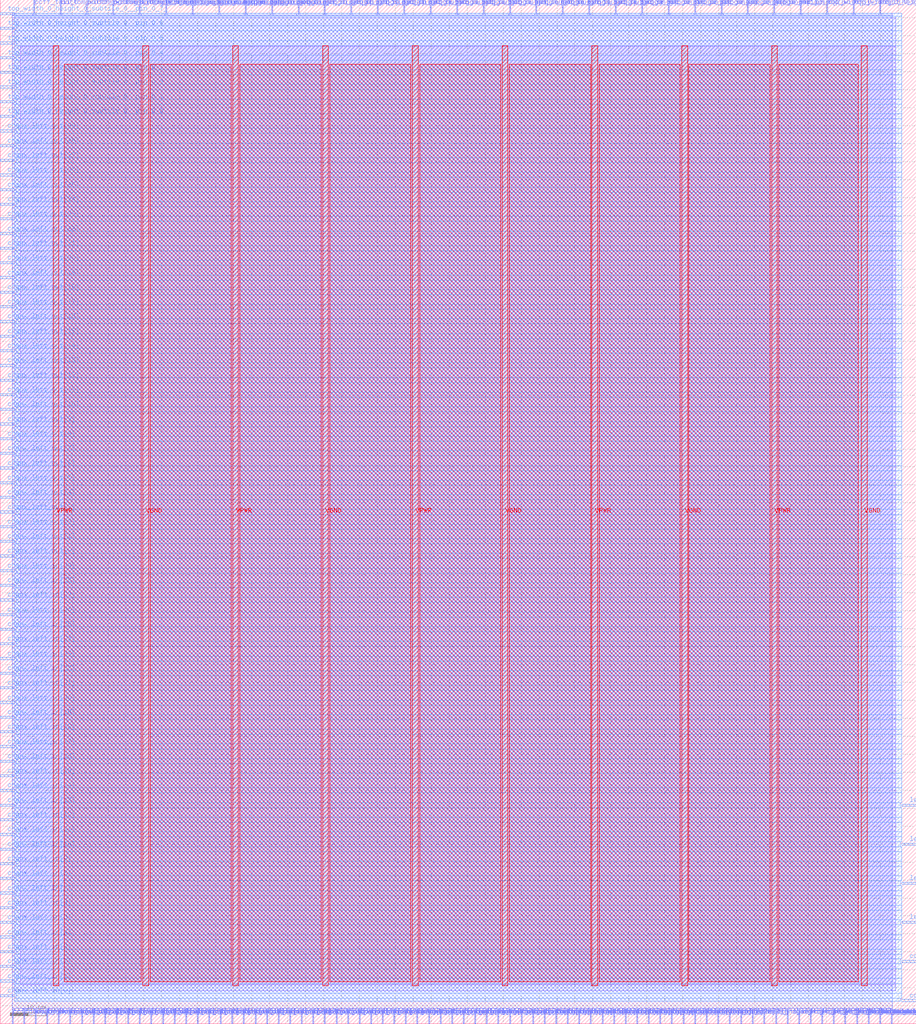
<source format=lef>
VERSION 5.7 ;
  NOWIREEXTENSIONATPIN ON ;
  DIVIDERCHAR "/" ;
  BUSBITCHARS "[]" ;
MACRO top_right_tile
  CLASS BLOCK ;
  FOREIGN top_right_tile ;
  ORIGIN 0.000 0.000 ;
  SIZE 255.000 BY 285.000 ;
  PIN VGND
    DIRECTION INOUT ;
    USE GROUND ;
    PORT
      LAYER met4 ;
        RECT 39.720 10.640 41.320 272.240 ;
    END
    PORT
      LAYER met4 ;
        RECT 89.720 10.640 91.320 272.240 ;
    END
    PORT
      LAYER met4 ;
        RECT 139.720 10.640 141.320 272.240 ;
    END
    PORT
      LAYER met4 ;
        RECT 189.720 10.640 191.320 272.240 ;
    END
    PORT
      LAYER met4 ;
        RECT 239.720 10.640 241.320 272.240 ;
    END
  END VGND
  PIN VPWR
    DIRECTION INOUT ;
    USE POWER ;
    PORT
      LAYER met4 ;
        RECT 14.720 10.640 16.320 272.240 ;
    END
    PORT
      LAYER met4 ;
        RECT 64.720 10.640 66.320 272.240 ;
    END
    PORT
      LAYER met4 ;
        RECT 114.720 10.640 116.320 272.240 ;
    END
    PORT
      LAYER met4 ;
        RECT 164.720 10.640 166.320 272.240 ;
    END
    PORT
      LAYER met4 ;
        RECT 214.720 10.640 216.320 272.240 ;
    END
  END VPWR
  PIN bottom_width_0_height_0_subtile_0__pin_cout_0_
    DIRECTION OUTPUT TRISTATE ;
    USE SIGNAL ;
    PORT
      LAYER met2 ;
        RECT 241.590 0.000 241.870 4.000 ;
    END
  END bottom_width_0_height_0_subtile_0__pin_cout_0_
  PIN bottom_width_0_height_0_subtile_0__pin_inpad_0_
    DIRECTION OUTPUT TRISTATE ;
    USE SIGNAL ;
    PORT
      LAYER met2 ;
        RECT 16.650 281.000 16.930 285.000 ;
    END
  END bottom_width_0_height_0_subtile_0__pin_inpad_0_
  PIN bottom_width_0_height_0_subtile_0__pin_reg_out_0_
    DIRECTION OUTPUT TRISTATE ;
    USE SIGNAL ;
    PORT
      LAYER met2 ;
        RECT 244.810 0.000 245.090 4.000 ;
    END
  END bottom_width_0_height_0_subtile_0__pin_reg_out_0_
  PIN bottom_width_0_height_0_subtile_1__pin_inpad_0_
    DIRECTION OUTPUT TRISTATE ;
    USE SIGNAL ;
    PORT
      LAYER met2 ;
        RECT 24.010 281.000 24.290 285.000 ;
    END
  END bottom_width_0_height_0_subtile_1__pin_inpad_0_
  PIN bottom_width_0_height_0_subtile_2__pin_inpad_0_
    DIRECTION OUTPUT TRISTATE ;
    USE SIGNAL ;
    PORT
      LAYER met2 ;
        RECT 31.370 281.000 31.650 285.000 ;
    END
  END bottom_width_0_height_0_subtile_2__pin_inpad_0_
  PIN bottom_width_0_height_0_subtile_3__pin_inpad_0_
    DIRECTION OUTPUT TRISTATE ;
    USE SIGNAL ;
    PORT
      LAYER met2 ;
        RECT 38.730 281.000 39.010 285.000 ;
    END
  END bottom_width_0_height_0_subtile_3__pin_inpad_0_
  PIN ccff_head_0_0
    DIRECTION INPUT ;
    USE SIGNAL ;
    PORT
      LAYER met2 ;
        RECT 3.310 0.000 3.590 4.000 ;
    END
  END ccff_head_0_0
  PIN ccff_head_1
    DIRECTION INPUT ;
    USE SIGNAL ;
    PORT
      LAYER met3 ;
        RECT 251.000 17.040 255.000 17.640 ;
    END
  END ccff_head_1
  PIN ccff_tail
    DIRECTION OUTPUT TRISTATE ;
    USE SIGNAL ;
    PORT
      LAYER met3 ;
        RECT 251.000 6.160 255.000 6.760 ;
    END
  END ccff_tail
  PIN ccff_tail_0
    DIRECTION OUTPUT TRISTATE ;
    USE SIGNAL ;
    PORT
      LAYER met2 ;
        RECT 9.290 281.000 9.570 285.000 ;
    END
  END ccff_tail_0
  PIN chanx_left_in[0]
    DIRECTION INPUT ;
    USE SIGNAL ;
    PORT
      LAYER met3 ;
        RECT 0.000 7.520 4.000 8.120 ;
    END
  END chanx_left_in[0]
  PIN chanx_left_in[10]
    DIRECTION INPUT ;
    USE SIGNAL ;
    PORT
      LAYER met3 ;
        RECT 0.000 48.320 4.000 48.920 ;
    END
  END chanx_left_in[10]
  PIN chanx_left_in[11]
    DIRECTION INPUT ;
    USE SIGNAL ;
    PORT
      LAYER met3 ;
        RECT 0.000 52.400 4.000 53.000 ;
    END
  END chanx_left_in[11]
  PIN chanx_left_in[12]
    DIRECTION INPUT ;
    USE SIGNAL ;
    PORT
      LAYER met3 ;
        RECT 0.000 56.480 4.000 57.080 ;
    END
  END chanx_left_in[12]
  PIN chanx_left_in[13]
    DIRECTION INPUT ;
    USE SIGNAL ;
    PORT
      LAYER met3 ;
        RECT 0.000 60.560 4.000 61.160 ;
    END
  END chanx_left_in[13]
  PIN chanx_left_in[14]
    DIRECTION INPUT ;
    USE SIGNAL ;
    PORT
      LAYER met3 ;
        RECT 0.000 64.640 4.000 65.240 ;
    END
  END chanx_left_in[14]
  PIN chanx_left_in[15]
    DIRECTION INPUT ;
    USE SIGNAL ;
    PORT
      LAYER met3 ;
        RECT 0.000 68.720 4.000 69.320 ;
    END
  END chanx_left_in[15]
  PIN chanx_left_in[16]
    DIRECTION INPUT ;
    USE SIGNAL ;
    PORT
      LAYER met3 ;
        RECT 0.000 72.800 4.000 73.400 ;
    END
  END chanx_left_in[16]
  PIN chanx_left_in[17]
    DIRECTION INPUT ;
    USE SIGNAL ;
    PORT
      LAYER met3 ;
        RECT 0.000 76.880 4.000 77.480 ;
    END
  END chanx_left_in[17]
  PIN chanx_left_in[18]
    DIRECTION INPUT ;
    USE SIGNAL ;
    PORT
      LAYER met3 ;
        RECT 0.000 80.960 4.000 81.560 ;
    END
  END chanx_left_in[18]
  PIN chanx_left_in[19]
    DIRECTION INPUT ;
    USE SIGNAL ;
    PORT
      LAYER met3 ;
        RECT 0.000 85.040 4.000 85.640 ;
    END
  END chanx_left_in[19]
  PIN chanx_left_in[1]
    DIRECTION INPUT ;
    USE SIGNAL ;
    PORT
      LAYER met3 ;
        RECT 0.000 11.600 4.000 12.200 ;
    END
  END chanx_left_in[1]
  PIN chanx_left_in[20]
    DIRECTION INPUT ;
    USE SIGNAL ;
    PORT
      LAYER met3 ;
        RECT 0.000 89.120 4.000 89.720 ;
    END
  END chanx_left_in[20]
  PIN chanx_left_in[21]
    DIRECTION INPUT ;
    USE SIGNAL ;
    PORT
      LAYER met3 ;
        RECT 0.000 93.200 4.000 93.800 ;
    END
  END chanx_left_in[21]
  PIN chanx_left_in[22]
    DIRECTION INPUT ;
    USE SIGNAL ;
    PORT
      LAYER met3 ;
        RECT 0.000 97.280 4.000 97.880 ;
    END
  END chanx_left_in[22]
  PIN chanx_left_in[23]
    DIRECTION INPUT ;
    USE SIGNAL ;
    PORT
      LAYER met3 ;
        RECT 0.000 101.360 4.000 101.960 ;
    END
  END chanx_left_in[23]
  PIN chanx_left_in[24]
    DIRECTION INPUT ;
    USE SIGNAL ;
    PORT
      LAYER met3 ;
        RECT 0.000 105.440 4.000 106.040 ;
    END
  END chanx_left_in[24]
  PIN chanx_left_in[25]
    DIRECTION INPUT ;
    USE SIGNAL ;
    PORT
      LAYER met3 ;
        RECT 0.000 109.520 4.000 110.120 ;
    END
  END chanx_left_in[25]
  PIN chanx_left_in[26]
    DIRECTION INPUT ;
    USE SIGNAL ;
    PORT
      LAYER met3 ;
        RECT 0.000 113.600 4.000 114.200 ;
    END
  END chanx_left_in[26]
  PIN chanx_left_in[27]
    DIRECTION INPUT ;
    USE SIGNAL ;
    PORT
      LAYER met3 ;
        RECT 0.000 117.680 4.000 118.280 ;
    END
  END chanx_left_in[27]
  PIN chanx_left_in[28]
    DIRECTION INPUT ;
    USE SIGNAL ;
    PORT
      LAYER met3 ;
        RECT 0.000 121.760 4.000 122.360 ;
    END
  END chanx_left_in[28]
  PIN chanx_left_in[29]
    DIRECTION INPUT ;
    USE SIGNAL ;
    PORT
      LAYER met3 ;
        RECT 0.000 125.840 4.000 126.440 ;
    END
  END chanx_left_in[29]
  PIN chanx_left_in[2]
    DIRECTION INPUT ;
    USE SIGNAL ;
    PORT
      LAYER met3 ;
        RECT 0.000 15.680 4.000 16.280 ;
    END
  END chanx_left_in[2]
  PIN chanx_left_in[3]
    DIRECTION INPUT ;
    USE SIGNAL ;
    PORT
      LAYER met3 ;
        RECT 0.000 19.760 4.000 20.360 ;
    END
  END chanx_left_in[3]
  PIN chanx_left_in[4]
    DIRECTION INPUT ;
    USE SIGNAL ;
    PORT
      LAYER met3 ;
        RECT 0.000 23.840 4.000 24.440 ;
    END
  END chanx_left_in[4]
  PIN chanx_left_in[5]
    DIRECTION INPUT ;
    USE SIGNAL ;
    PORT
      LAYER met3 ;
        RECT 0.000 27.920 4.000 28.520 ;
    END
  END chanx_left_in[5]
  PIN chanx_left_in[6]
    DIRECTION INPUT ;
    USE SIGNAL ;
    PORT
      LAYER met3 ;
        RECT 0.000 32.000 4.000 32.600 ;
    END
  END chanx_left_in[6]
  PIN chanx_left_in[7]
    DIRECTION INPUT ;
    USE SIGNAL ;
    PORT
      LAYER met3 ;
        RECT 0.000 36.080 4.000 36.680 ;
    END
  END chanx_left_in[7]
  PIN chanx_left_in[8]
    DIRECTION INPUT ;
    USE SIGNAL ;
    PORT
      LAYER met3 ;
        RECT 0.000 40.160 4.000 40.760 ;
    END
  END chanx_left_in[8]
  PIN chanx_left_in[9]
    DIRECTION INPUT ;
    USE SIGNAL ;
    PORT
      LAYER met3 ;
        RECT 0.000 44.240 4.000 44.840 ;
    END
  END chanx_left_in[9]
  PIN chanx_left_out[0]
    DIRECTION OUTPUT TRISTATE ;
    USE SIGNAL ;
    PORT
      LAYER met3 ;
        RECT 0.000 129.920 4.000 130.520 ;
    END
  END chanx_left_out[0]
  PIN chanx_left_out[10]
    DIRECTION OUTPUT TRISTATE ;
    USE SIGNAL ;
    PORT
      LAYER met3 ;
        RECT 0.000 170.720 4.000 171.320 ;
    END
  END chanx_left_out[10]
  PIN chanx_left_out[11]
    DIRECTION OUTPUT TRISTATE ;
    USE SIGNAL ;
    PORT
      LAYER met3 ;
        RECT 0.000 174.800 4.000 175.400 ;
    END
  END chanx_left_out[11]
  PIN chanx_left_out[12]
    DIRECTION OUTPUT TRISTATE ;
    USE SIGNAL ;
    PORT
      LAYER met3 ;
        RECT 0.000 178.880 4.000 179.480 ;
    END
  END chanx_left_out[12]
  PIN chanx_left_out[13]
    DIRECTION OUTPUT TRISTATE ;
    USE SIGNAL ;
    PORT
      LAYER met3 ;
        RECT 0.000 182.960 4.000 183.560 ;
    END
  END chanx_left_out[13]
  PIN chanx_left_out[14]
    DIRECTION OUTPUT TRISTATE ;
    USE SIGNAL ;
    PORT
      LAYER met3 ;
        RECT 0.000 187.040 4.000 187.640 ;
    END
  END chanx_left_out[14]
  PIN chanx_left_out[15]
    DIRECTION OUTPUT TRISTATE ;
    USE SIGNAL ;
    PORT
      LAYER met3 ;
        RECT 0.000 191.120 4.000 191.720 ;
    END
  END chanx_left_out[15]
  PIN chanx_left_out[16]
    DIRECTION OUTPUT TRISTATE ;
    USE SIGNAL ;
    PORT
      LAYER met3 ;
        RECT 0.000 195.200 4.000 195.800 ;
    END
  END chanx_left_out[16]
  PIN chanx_left_out[17]
    DIRECTION OUTPUT TRISTATE ;
    USE SIGNAL ;
    PORT
      LAYER met3 ;
        RECT 0.000 199.280 4.000 199.880 ;
    END
  END chanx_left_out[17]
  PIN chanx_left_out[18]
    DIRECTION OUTPUT TRISTATE ;
    USE SIGNAL ;
    PORT
      LAYER met3 ;
        RECT 0.000 203.360 4.000 203.960 ;
    END
  END chanx_left_out[18]
  PIN chanx_left_out[19]
    DIRECTION OUTPUT TRISTATE ;
    USE SIGNAL ;
    PORT
      LAYER met3 ;
        RECT 0.000 207.440 4.000 208.040 ;
    END
  END chanx_left_out[19]
  PIN chanx_left_out[1]
    DIRECTION OUTPUT TRISTATE ;
    USE SIGNAL ;
    PORT
      LAYER met3 ;
        RECT 0.000 134.000 4.000 134.600 ;
    END
  END chanx_left_out[1]
  PIN chanx_left_out[20]
    DIRECTION OUTPUT TRISTATE ;
    USE SIGNAL ;
    PORT
      LAYER met3 ;
        RECT 0.000 211.520 4.000 212.120 ;
    END
  END chanx_left_out[20]
  PIN chanx_left_out[21]
    DIRECTION OUTPUT TRISTATE ;
    USE SIGNAL ;
    PORT
      LAYER met3 ;
        RECT 0.000 215.600 4.000 216.200 ;
    END
  END chanx_left_out[21]
  PIN chanx_left_out[22]
    DIRECTION OUTPUT TRISTATE ;
    USE SIGNAL ;
    PORT
      LAYER met3 ;
        RECT 0.000 219.680 4.000 220.280 ;
    END
  END chanx_left_out[22]
  PIN chanx_left_out[23]
    DIRECTION OUTPUT TRISTATE ;
    USE SIGNAL ;
    PORT
      LAYER met3 ;
        RECT 0.000 223.760 4.000 224.360 ;
    END
  END chanx_left_out[23]
  PIN chanx_left_out[24]
    DIRECTION OUTPUT TRISTATE ;
    USE SIGNAL ;
    PORT
      LAYER met3 ;
        RECT 0.000 227.840 4.000 228.440 ;
    END
  END chanx_left_out[24]
  PIN chanx_left_out[25]
    DIRECTION OUTPUT TRISTATE ;
    USE SIGNAL ;
    PORT
      LAYER met3 ;
        RECT 0.000 231.920 4.000 232.520 ;
    END
  END chanx_left_out[25]
  PIN chanx_left_out[26]
    DIRECTION OUTPUT TRISTATE ;
    USE SIGNAL ;
    PORT
      LAYER met3 ;
        RECT 0.000 236.000 4.000 236.600 ;
    END
  END chanx_left_out[26]
  PIN chanx_left_out[27]
    DIRECTION OUTPUT TRISTATE ;
    USE SIGNAL ;
    PORT
      LAYER met3 ;
        RECT 0.000 240.080 4.000 240.680 ;
    END
  END chanx_left_out[27]
  PIN chanx_left_out[28]
    DIRECTION OUTPUT TRISTATE ;
    USE SIGNAL ;
    PORT
      LAYER met3 ;
        RECT 0.000 244.160 4.000 244.760 ;
    END
  END chanx_left_out[28]
  PIN chanx_left_out[29]
    DIRECTION OUTPUT TRISTATE ;
    USE SIGNAL ;
    PORT
      LAYER met3 ;
        RECT 0.000 248.240 4.000 248.840 ;
    END
  END chanx_left_out[29]
  PIN chanx_left_out[2]
    DIRECTION OUTPUT TRISTATE ;
    USE SIGNAL ;
    PORT
      LAYER met3 ;
        RECT 0.000 138.080 4.000 138.680 ;
    END
  END chanx_left_out[2]
  PIN chanx_left_out[3]
    DIRECTION OUTPUT TRISTATE ;
    USE SIGNAL ;
    PORT
      LAYER met3 ;
        RECT 0.000 142.160 4.000 142.760 ;
    END
  END chanx_left_out[3]
  PIN chanx_left_out[4]
    DIRECTION OUTPUT TRISTATE ;
    USE SIGNAL ;
    PORT
      LAYER met3 ;
        RECT 0.000 146.240 4.000 146.840 ;
    END
  END chanx_left_out[4]
  PIN chanx_left_out[5]
    DIRECTION OUTPUT TRISTATE ;
    USE SIGNAL ;
    PORT
      LAYER met3 ;
        RECT 0.000 150.320 4.000 150.920 ;
    END
  END chanx_left_out[5]
  PIN chanx_left_out[6]
    DIRECTION OUTPUT TRISTATE ;
    USE SIGNAL ;
    PORT
      LAYER met3 ;
        RECT 0.000 154.400 4.000 155.000 ;
    END
  END chanx_left_out[6]
  PIN chanx_left_out[7]
    DIRECTION OUTPUT TRISTATE ;
    USE SIGNAL ;
    PORT
      LAYER met3 ;
        RECT 0.000 158.480 4.000 159.080 ;
    END
  END chanx_left_out[7]
  PIN chanx_left_out[8]
    DIRECTION OUTPUT TRISTATE ;
    USE SIGNAL ;
    PORT
      LAYER met3 ;
        RECT 0.000 162.560 4.000 163.160 ;
    END
  END chanx_left_out[8]
  PIN chanx_left_out[9]
    DIRECTION OUTPUT TRISTATE ;
    USE SIGNAL ;
    PORT
      LAYER met3 ;
        RECT 0.000 166.640 4.000 167.240 ;
    END
  END chanx_left_out[9]
  PIN chany_bottom_in[0]
    DIRECTION INPUT ;
    USE SIGNAL ;
    PORT
      LAYER met2 ;
        RECT 6.530 0.000 6.810 4.000 ;
    END
  END chany_bottom_in[0]
  PIN chany_bottom_in[10]
    DIRECTION INPUT ;
    USE SIGNAL ;
    PORT
      LAYER met2 ;
        RECT 38.730 0.000 39.010 4.000 ;
    END
  END chany_bottom_in[10]
  PIN chany_bottom_in[11]
    DIRECTION INPUT ;
    USE SIGNAL ;
    PORT
      LAYER met2 ;
        RECT 41.950 0.000 42.230 4.000 ;
    END
  END chany_bottom_in[11]
  PIN chany_bottom_in[12]
    DIRECTION INPUT ;
    USE SIGNAL ;
    PORT
      LAYER met2 ;
        RECT 45.170 0.000 45.450 4.000 ;
    END
  END chany_bottom_in[12]
  PIN chany_bottom_in[13]
    DIRECTION INPUT ;
    USE SIGNAL ;
    PORT
      LAYER met2 ;
        RECT 48.390 0.000 48.670 4.000 ;
    END
  END chany_bottom_in[13]
  PIN chany_bottom_in[14]
    DIRECTION INPUT ;
    USE SIGNAL ;
    PORT
      LAYER met2 ;
        RECT 51.610 0.000 51.890 4.000 ;
    END
  END chany_bottom_in[14]
  PIN chany_bottom_in[15]
    DIRECTION INPUT ;
    USE SIGNAL ;
    PORT
      LAYER met2 ;
        RECT 54.830 0.000 55.110 4.000 ;
    END
  END chany_bottom_in[15]
  PIN chany_bottom_in[16]
    DIRECTION INPUT ;
    USE SIGNAL ;
    PORT
      LAYER met2 ;
        RECT 58.050 0.000 58.330 4.000 ;
    END
  END chany_bottom_in[16]
  PIN chany_bottom_in[17]
    DIRECTION INPUT ;
    USE SIGNAL ;
    PORT
      LAYER met2 ;
        RECT 61.270 0.000 61.550 4.000 ;
    END
  END chany_bottom_in[17]
  PIN chany_bottom_in[18]
    DIRECTION INPUT ;
    USE SIGNAL ;
    PORT
      LAYER met2 ;
        RECT 64.490 0.000 64.770 4.000 ;
    END
  END chany_bottom_in[18]
  PIN chany_bottom_in[19]
    DIRECTION INPUT ;
    USE SIGNAL ;
    PORT
      LAYER met2 ;
        RECT 67.710 0.000 67.990 4.000 ;
    END
  END chany_bottom_in[19]
  PIN chany_bottom_in[1]
    DIRECTION INPUT ;
    USE SIGNAL ;
    PORT
      LAYER met2 ;
        RECT 9.750 0.000 10.030 4.000 ;
    END
  END chany_bottom_in[1]
  PIN chany_bottom_in[20]
    DIRECTION INPUT ;
    USE SIGNAL ;
    PORT
      LAYER met2 ;
        RECT 70.930 0.000 71.210 4.000 ;
    END
  END chany_bottom_in[20]
  PIN chany_bottom_in[21]
    DIRECTION INPUT ;
    USE SIGNAL ;
    PORT
      LAYER met2 ;
        RECT 74.150 0.000 74.430 4.000 ;
    END
  END chany_bottom_in[21]
  PIN chany_bottom_in[22]
    DIRECTION INPUT ;
    USE SIGNAL ;
    PORT
      LAYER met2 ;
        RECT 77.370 0.000 77.650 4.000 ;
    END
  END chany_bottom_in[22]
  PIN chany_bottom_in[23]
    DIRECTION INPUT ;
    USE SIGNAL ;
    PORT
      LAYER met2 ;
        RECT 80.590 0.000 80.870 4.000 ;
    END
  END chany_bottom_in[23]
  PIN chany_bottom_in[24]
    DIRECTION INPUT ;
    USE SIGNAL ;
    PORT
      LAYER met2 ;
        RECT 83.810 0.000 84.090 4.000 ;
    END
  END chany_bottom_in[24]
  PIN chany_bottom_in[25]
    DIRECTION INPUT ;
    USE SIGNAL ;
    PORT
      LAYER met2 ;
        RECT 87.030 0.000 87.310 4.000 ;
    END
  END chany_bottom_in[25]
  PIN chany_bottom_in[26]
    DIRECTION INPUT ;
    USE SIGNAL ;
    PORT
      LAYER met2 ;
        RECT 90.250 0.000 90.530 4.000 ;
    END
  END chany_bottom_in[26]
  PIN chany_bottom_in[27]
    DIRECTION INPUT ;
    USE SIGNAL ;
    PORT
      LAYER met2 ;
        RECT 93.470 0.000 93.750 4.000 ;
    END
  END chany_bottom_in[27]
  PIN chany_bottom_in[28]
    DIRECTION INPUT ;
    USE SIGNAL ;
    PORT
      LAYER met2 ;
        RECT 96.690 0.000 96.970 4.000 ;
    END
  END chany_bottom_in[28]
  PIN chany_bottom_in[29]
    DIRECTION INPUT ;
    USE SIGNAL ;
    PORT
      LAYER met2 ;
        RECT 99.910 0.000 100.190 4.000 ;
    END
  END chany_bottom_in[29]
  PIN chany_bottom_in[2]
    DIRECTION INPUT ;
    USE SIGNAL ;
    PORT
      LAYER met2 ;
        RECT 12.970 0.000 13.250 4.000 ;
    END
  END chany_bottom_in[2]
  PIN chany_bottom_in[3]
    DIRECTION INPUT ;
    USE SIGNAL ;
    PORT
      LAYER met2 ;
        RECT 16.190 0.000 16.470 4.000 ;
    END
  END chany_bottom_in[3]
  PIN chany_bottom_in[4]
    DIRECTION INPUT ;
    USE SIGNAL ;
    PORT
      LAYER met2 ;
        RECT 19.410 0.000 19.690 4.000 ;
    END
  END chany_bottom_in[4]
  PIN chany_bottom_in[5]
    DIRECTION INPUT ;
    USE SIGNAL ;
    PORT
      LAYER met2 ;
        RECT 22.630 0.000 22.910 4.000 ;
    END
  END chany_bottom_in[5]
  PIN chany_bottom_in[6]
    DIRECTION INPUT ;
    USE SIGNAL ;
    PORT
      LAYER met2 ;
        RECT 25.850 0.000 26.130 4.000 ;
    END
  END chany_bottom_in[6]
  PIN chany_bottom_in[7]
    DIRECTION INPUT ;
    USE SIGNAL ;
    PORT
      LAYER met2 ;
        RECT 29.070 0.000 29.350 4.000 ;
    END
  END chany_bottom_in[7]
  PIN chany_bottom_in[8]
    DIRECTION INPUT ;
    USE SIGNAL ;
    PORT
      LAYER met2 ;
        RECT 32.290 0.000 32.570 4.000 ;
    END
  END chany_bottom_in[8]
  PIN chany_bottom_in[9]
    DIRECTION INPUT ;
    USE SIGNAL ;
    PORT
      LAYER met2 ;
        RECT 35.510 0.000 35.790 4.000 ;
    END
  END chany_bottom_in[9]
  PIN chany_bottom_out[0]
    DIRECTION OUTPUT TRISTATE ;
    USE SIGNAL ;
    PORT
      LAYER met2 ;
        RECT 103.130 0.000 103.410 4.000 ;
    END
  END chany_bottom_out[0]
  PIN chany_bottom_out[10]
    DIRECTION OUTPUT TRISTATE ;
    USE SIGNAL ;
    PORT
      LAYER met2 ;
        RECT 135.330 0.000 135.610 4.000 ;
    END
  END chany_bottom_out[10]
  PIN chany_bottom_out[11]
    DIRECTION OUTPUT TRISTATE ;
    USE SIGNAL ;
    PORT
      LAYER met2 ;
        RECT 138.550 0.000 138.830 4.000 ;
    END
  END chany_bottom_out[11]
  PIN chany_bottom_out[12]
    DIRECTION OUTPUT TRISTATE ;
    USE SIGNAL ;
    PORT
      LAYER met2 ;
        RECT 141.770 0.000 142.050 4.000 ;
    END
  END chany_bottom_out[12]
  PIN chany_bottom_out[13]
    DIRECTION OUTPUT TRISTATE ;
    USE SIGNAL ;
    PORT
      LAYER met2 ;
        RECT 144.990 0.000 145.270 4.000 ;
    END
  END chany_bottom_out[13]
  PIN chany_bottom_out[14]
    DIRECTION OUTPUT TRISTATE ;
    USE SIGNAL ;
    PORT
      LAYER met2 ;
        RECT 148.210 0.000 148.490 4.000 ;
    END
  END chany_bottom_out[14]
  PIN chany_bottom_out[15]
    DIRECTION OUTPUT TRISTATE ;
    USE SIGNAL ;
    PORT
      LAYER met2 ;
        RECT 151.430 0.000 151.710 4.000 ;
    END
  END chany_bottom_out[15]
  PIN chany_bottom_out[16]
    DIRECTION OUTPUT TRISTATE ;
    USE SIGNAL ;
    PORT
      LAYER met2 ;
        RECT 154.650 0.000 154.930 4.000 ;
    END
  END chany_bottom_out[16]
  PIN chany_bottom_out[17]
    DIRECTION OUTPUT TRISTATE ;
    USE SIGNAL ;
    PORT
      LAYER met2 ;
        RECT 157.870 0.000 158.150 4.000 ;
    END
  END chany_bottom_out[17]
  PIN chany_bottom_out[18]
    DIRECTION OUTPUT TRISTATE ;
    USE SIGNAL ;
    PORT
      LAYER met2 ;
        RECT 161.090 0.000 161.370 4.000 ;
    END
  END chany_bottom_out[18]
  PIN chany_bottom_out[19]
    DIRECTION OUTPUT TRISTATE ;
    USE SIGNAL ;
    PORT
      LAYER met2 ;
        RECT 164.310 0.000 164.590 4.000 ;
    END
  END chany_bottom_out[19]
  PIN chany_bottom_out[1]
    DIRECTION OUTPUT TRISTATE ;
    USE SIGNAL ;
    PORT
      LAYER met2 ;
        RECT 106.350 0.000 106.630 4.000 ;
    END
  END chany_bottom_out[1]
  PIN chany_bottom_out[20]
    DIRECTION OUTPUT TRISTATE ;
    USE SIGNAL ;
    PORT
      LAYER met2 ;
        RECT 167.530 0.000 167.810 4.000 ;
    END
  END chany_bottom_out[20]
  PIN chany_bottom_out[21]
    DIRECTION OUTPUT TRISTATE ;
    USE SIGNAL ;
    PORT
      LAYER met2 ;
        RECT 170.750 0.000 171.030 4.000 ;
    END
  END chany_bottom_out[21]
  PIN chany_bottom_out[22]
    DIRECTION OUTPUT TRISTATE ;
    USE SIGNAL ;
    PORT
      LAYER met2 ;
        RECT 173.970 0.000 174.250 4.000 ;
    END
  END chany_bottom_out[22]
  PIN chany_bottom_out[23]
    DIRECTION OUTPUT TRISTATE ;
    USE SIGNAL ;
    PORT
      LAYER met2 ;
        RECT 177.190 0.000 177.470 4.000 ;
    END
  END chany_bottom_out[23]
  PIN chany_bottom_out[24]
    DIRECTION OUTPUT TRISTATE ;
    USE SIGNAL ;
    PORT
      LAYER met2 ;
        RECT 180.410 0.000 180.690 4.000 ;
    END
  END chany_bottom_out[24]
  PIN chany_bottom_out[25]
    DIRECTION OUTPUT TRISTATE ;
    USE SIGNAL ;
    PORT
      LAYER met2 ;
        RECT 183.630 0.000 183.910 4.000 ;
    END
  END chany_bottom_out[25]
  PIN chany_bottom_out[26]
    DIRECTION OUTPUT TRISTATE ;
    USE SIGNAL ;
    PORT
      LAYER met2 ;
        RECT 186.850 0.000 187.130 4.000 ;
    END
  END chany_bottom_out[26]
  PIN chany_bottom_out[27]
    DIRECTION OUTPUT TRISTATE ;
    USE SIGNAL ;
    PORT
      LAYER met2 ;
        RECT 190.070 0.000 190.350 4.000 ;
    END
  END chany_bottom_out[27]
  PIN chany_bottom_out[28]
    DIRECTION OUTPUT TRISTATE ;
    USE SIGNAL ;
    PORT
      LAYER met2 ;
        RECT 193.290 0.000 193.570 4.000 ;
    END
  END chany_bottom_out[28]
  PIN chany_bottom_out[29]
    DIRECTION OUTPUT TRISTATE ;
    USE SIGNAL ;
    PORT
      LAYER met2 ;
        RECT 196.510 0.000 196.790 4.000 ;
    END
  END chany_bottom_out[29]
  PIN chany_bottom_out[2]
    DIRECTION OUTPUT TRISTATE ;
    USE SIGNAL ;
    PORT
      LAYER met2 ;
        RECT 109.570 0.000 109.850 4.000 ;
    END
  END chany_bottom_out[2]
  PIN chany_bottom_out[3]
    DIRECTION OUTPUT TRISTATE ;
    USE SIGNAL ;
    PORT
      LAYER met2 ;
        RECT 112.790 0.000 113.070 4.000 ;
    END
  END chany_bottom_out[3]
  PIN chany_bottom_out[4]
    DIRECTION OUTPUT TRISTATE ;
    USE SIGNAL ;
    PORT
      LAYER met2 ;
        RECT 116.010 0.000 116.290 4.000 ;
    END
  END chany_bottom_out[4]
  PIN chany_bottom_out[5]
    DIRECTION OUTPUT TRISTATE ;
    USE SIGNAL ;
    PORT
      LAYER met2 ;
        RECT 119.230 0.000 119.510 4.000 ;
    END
  END chany_bottom_out[5]
  PIN chany_bottom_out[6]
    DIRECTION OUTPUT TRISTATE ;
    USE SIGNAL ;
    PORT
      LAYER met2 ;
        RECT 122.450 0.000 122.730 4.000 ;
    END
  END chany_bottom_out[6]
  PIN chany_bottom_out[7]
    DIRECTION OUTPUT TRISTATE ;
    USE SIGNAL ;
    PORT
      LAYER met2 ;
        RECT 125.670 0.000 125.950 4.000 ;
    END
  END chany_bottom_out[7]
  PIN chany_bottom_out[8]
    DIRECTION OUTPUT TRISTATE ;
    USE SIGNAL ;
    PORT
      LAYER met2 ;
        RECT 128.890 0.000 129.170 4.000 ;
    END
  END chany_bottom_out[8]
  PIN chany_bottom_out[9]
    DIRECTION OUTPUT TRISTATE ;
    USE SIGNAL ;
    PORT
      LAYER met2 ;
        RECT 132.110 0.000 132.390 4.000 ;
    END
  END chany_bottom_out[9]
  PIN clk0
    DIRECTION INPUT ;
    USE SIGNAL ;
    PORT
      LAYER met2 ;
        RECT 199.730 0.000 200.010 4.000 ;
    END
  END clk0
  PIN gfpga_pad_io_soc_dir[0]
    DIRECTION OUTPUT TRISTATE ;
    USE SIGNAL ;
    PORT
      LAYER met2 ;
        RECT 46.090 281.000 46.370 285.000 ;
    END
  END gfpga_pad_io_soc_dir[0]
  PIN gfpga_pad_io_soc_dir[1]
    DIRECTION OUTPUT TRISTATE ;
    USE SIGNAL ;
    PORT
      LAYER met2 ;
        RECT 53.450 281.000 53.730 285.000 ;
    END
  END gfpga_pad_io_soc_dir[1]
  PIN gfpga_pad_io_soc_dir[2]
    DIRECTION OUTPUT TRISTATE ;
    USE SIGNAL ;
    PORT
      LAYER met2 ;
        RECT 60.810 281.000 61.090 285.000 ;
    END
  END gfpga_pad_io_soc_dir[2]
  PIN gfpga_pad_io_soc_dir[3]
    DIRECTION OUTPUT TRISTATE ;
    USE SIGNAL ;
    PORT
      LAYER met2 ;
        RECT 68.170 281.000 68.450 285.000 ;
    END
  END gfpga_pad_io_soc_dir[3]
  PIN gfpga_pad_io_soc_dir_0[0]
    DIRECTION OUTPUT TRISTATE ;
    USE SIGNAL ;
    PORT
      LAYER met2 ;
        RECT 75.530 281.000 75.810 285.000 ;
    END
  END gfpga_pad_io_soc_dir_0[0]
  PIN gfpga_pad_io_soc_dir_0[1]
    DIRECTION OUTPUT TRISTATE ;
    USE SIGNAL ;
    PORT
      LAYER met2 ;
        RECT 82.890 281.000 83.170 285.000 ;
    END
  END gfpga_pad_io_soc_dir_0[1]
  PIN gfpga_pad_io_soc_dir_0[2]
    DIRECTION OUTPUT TRISTATE ;
    USE SIGNAL ;
    PORT
      LAYER met2 ;
        RECT 90.250 281.000 90.530 285.000 ;
    END
  END gfpga_pad_io_soc_dir_0[2]
  PIN gfpga_pad_io_soc_dir_0[3]
    DIRECTION OUTPUT TRISTATE ;
    USE SIGNAL ;
    PORT
      LAYER met2 ;
        RECT 97.610 281.000 97.890 285.000 ;
    END
  END gfpga_pad_io_soc_dir_0[3]
  PIN gfpga_pad_io_soc_in[0]
    DIRECTION INPUT ;
    USE SIGNAL ;
    PORT
      LAYER met2 ;
        RECT 163.850 281.000 164.130 285.000 ;
    END
  END gfpga_pad_io_soc_in[0]
  PIN gfpga_pad_io_soc_in[1]
    DIRECTION INPUT ;
    USE SIGNAL ;
    PORT
      LAYER met2 ;
        RECT 171.210 281.000 171.490 285.000 ;
    END
  END gfpga_pad_io_soc_in[1]
  PIN gfpga_pad_io_soc_in[2]
    DIRECTION INPUT ;
    USE SIGNAL ;
    PORT
      LAYER met2 ;
        RECT 178.570 281.000 178.850 285.000 ;
    END
  END gfpga_pad_io_soc_in[2]
  PIN gfpga_pad_io_soc_in[3]
    DIRECTION INPUT ;
    USE SIGNAL ;
    PORT
      LAYER met2 ;
        RECT 185.930 281.000 186.210 285.000 ;
    END
  END gfpga_pad_io_soc_in[3]
  PIN gfpga_pad_io_soc_in_0[0]
    DIRECTION INPUT ;
    USE SIGNAL ;
    PORT
      LAYER met2 ;
        RECT 193.290 281.000 193.570 285.000 ;
    END
  END gfpga_pad_io_soc_in_0[0]
  PIN gfpga_pad_io_soc_in_0[1]
    DIRECTION INPUT ;
    USE SIGNAL ;
    PORT
      LAYER met2 ;
        RECT 200.650 281.000 200.930 285.000 ;
    END
  END gfpga_pad_io_soc_in_0[1]
  PIN gfpga_pad_io_soc_in_0[2]
    DIRECTION INPUT ;
    USE SIGNAL ;
    PORT
      LAYER met2 ;
        RECT 208.010 281.000 208.290 285.000 ;
    END
  END gfpga_pad_io_soc_in_0[2]
  PIN gfpga_pad_io_soc_in_0[3]
    DIRECTION INPUT ;
    USE SIGNAL ;
    PORT
      LAYER met2 ;
        RECT 215.370 281.000 215.650 285.000 ;
    END
  END gfpga_pad_io_soc_in_0[3]
  PIN gfpga_pad_io_soc_out[0]
    DIRECTION OUTPUT TRISTATE ;
    USE SIGNAL ;
    PORT
      LAYER met2 ;
        RECT 104.970 281.000 105.250 285.000 ;
    END
  END gfpga_pad_io_soc_out[0]
  PIN gfpga_pad_io_soc_out[1]
    DIRECTION OUTPUT TRISTATE ;
    USE SIGNAL ;
    PORT
      LAYER met2 ;
        RECT 112.330 281.000 112.610 285.000 ;
    END
  END gfpga_pad_io_soc_out[1]
  PIN gfpga_pad_io_soc_out[2]
    DIRECTION OUTPUT TRISTATE ;
    USE SIGNAL ;
    PORT
      LAYER met2 ;
        RECT 119.690 281.000 119.970 285.000 ;
    END
  END gfpga_pad_io_soc_out[2]
  PIN gfpga_pad_io_soc_out[3]
    DIRECTION OUTPUT TRISTATE ;
    USE SIGNAL ;
    PORT
      LAYER met2 ;
        RECT 127.050 281.000 127.330 285.000 ;
    END
  END gfpga_pad_io_soc_out[3]
  PIN gfpga_pad_io_soc_out_0[0]
    DIRECTION OUTPUT TRISTATE ;
    USE SIGNAL ;
    PORT
      LAYER met2 ;
        RECT 134.410 281.000 134.690 285.000 ;
    END
  END gfpga_pad_io_soc_out_0[0]
  PIN gfpga_pad_io_soc_out_0[1]
    DIRECTION OUTPUT TRISTATE ;
    USE SIGNAL ;
    PORT
      LAYER met2 ;
        RECT 141.770 281.000 142.050 285.000 ;
    END
  END gfpga_pad_io_soc_out_0[1]
  PIN gfpga_pad_io_soc_out_0[2]
    DIRECTION OUTPUT TRISTATE ;
    USE SIGNAL ;
    PORT
      LAYER met2 ;
        RECT 149.130 281.000 149.410 285.000 ;
    END
  END gfpga_pad_io_soc_out_0[2]
  PIN gfpga_pad_io_soc_out_0[3]
    DIRECTION OUTPUT TRISTATE ;
    USE SIGNAL ;
    PORT
      LAYER met2 ;
        RECT 156.490 281.000 156.770 285.000 ;
    END
  END gfpga_pad_io_soc_out_0[3]
  PIN isol_n
    DIRECTION INPUT ;
    USE SIGNAL ;
    PORT
      LAYER met2 ;
        RECT 222.730 281.000 223.010 285.000 ;
    END
  END isol_n
  PIN left_width_0_height_0_subtile_0__pin_inpad_0_
    DIRECTION OUTPUT TRISTATE ;
    USE SIGNAL ;
    PORT
      LAYER met3 ;
        RECT 251.000 27.920 255.000 28.520 ;
    END
  END left_width_0_height_0_subtile_0__pin_inpad_0_
  PIN left_width_0_height_0_subtile_1__pin_inpad_0_
    DIRECTION OUTPUT TRISTATE ;
    USE SIGNAL ;
    PORT
      LAYER met3 ;
        RECT 251.000 38.800 255.000 39.400 ;
    END
  END left_width_0_height_0_subtile_1__pin_inpad_0_
  PIN left_width_0_height_0_subtile_2__pin_inpad_0_
    DIRECTION OUTPUT TRISTATE ;
    USE SIGNAL ;
    PORT
      LAYER met3 ;
        RECT 251.000 49.680 255.000 50.280 ;
    END
  END left_width_0_height_0_subtile_2__pin_inpad_0_
  PIN left_width_0_height_0_subtile_3__pin_inpad_0_
    DIRECTION OUTPUT TRISTATE ;
    USE SIGNAL ;
    PORT
      LAYER met3 ;
        RECT 251.000 60.560 255.000 61.160 ;
    END
  END left_width_0_height_0_subtile_3__pin_inpad_0_
  PIN prog_clk
    DIRECTION INPUT ;
    USE SIGNAL ;
    PORT
      LAYER met2 ;
        RECT 202.950 0.000 203.230 4.000 ;
    END
  END prog_clk
  PIN prog_reset
    DIRECTION INPUT ;
    USE SIGNAL ;
    PORT
      LAYER met2 ;
        RECT 206.170 0.000 206.450 4.000 ;
    END
  END prog_reset
  PIN reset
    DIRECTION INPUT ;
    USE SIGNAL ;
    PORT
      LAYER met2 ;
        RECT 209.390 0.000 209.670 4.000 ;
    END
  END reset
  PIN right_width_0_height_0_subtile_0__pin_O_10_
    DIRECTION OUTPUT TRISTATE ;
    USE SIGNAL ;
    PORT
      LAYER met2 ;
        RECT 222.270 0.000 222.550 4.000 ;
    END
  END right_width_0_height_0_subtile_0__pin_O_10_
  PIN right_width_0_height_0_subtile_0__pin_O_11_
    DIRECTION OUTPUT TRISTATE ;
    USE SIGNAL ;
    PORT
      LAYER met2 ;
        RECT 225.490 0.000 225.770 4.000 ;
    END
  END right_width_0_height_0_subtile_0__pin_O_11_
  PIN right_width_0_height_0_subtile_0__pin_O_12_
    DIRECTION OUTPUT TRISTATE ;
    USE SIGNAL ;
    PORT
      LAYER met2 ;
        RECT 228.710 0.000 228.990 4.000 ;
    END
  END right_width_0_height_0_subtile_0__pin_O_12_
  PIN right_width_0_height_0_subtile_0__pin_O_13_
    DIRECTION OUTPUT TRISTATE ;
    USE SIGNAL ;
    PORT
      LAYER met2 ;
        RECT 231.930 0.000 232.210 4.000 ;
    END
  END right_width_0_height_0_subtile_0__pin_O_13_
  PIN right_width_0_height_0_subtile_0__pin_O_14_
    DIRECTION OUTPUT TRISTATE ;
    USE SIGNAL ;
    PORT
      LAYER met2 ;
        RECT 235.150 0.000 235.430 4.000 ;
    END
  END right_width_0_height_0_subtile_0__pin_O_14_
  PIN right_width_0_height_0_subtile_0__pin_O_15_
    DIRECTION OUTPUT TRISTATE ;
    USE SIGNAL ;
    PORT
      LAYER met2 ;
        RECT 238.370 0.000 238.650 4.000 ;
    END
  END right_width_0_height_0_subtile_0__pin_O_15_
  PIN right_width_0_height_0_subtile_0__pin_O_8_
    DIRECTION OUTPUT TRISTATE ;
    USE SIGNAL ;
    PORT
      LAYER met2 ;
        RECT 215.830 0.000 216.110 4.000 ;
    END
  END right_width_0_height_0_subtile_0__pin_O_8_
  PIN right_width_0_height_0_subtile_0__pin_O_9_
    DIRECTION OUTPUT TRISTATE ;
    USE SIGNAL ;
    PORT
      LAYER met2 ;
        RECT 219.050 0.000 219.330 4.000 ;
    END
  END right_width_0_height_0_subtile_0__pin_O_9_
  PIN sc_in
    DIRECTION INPUT ;
    USE SIGNAL ;
    PORT
      LAYER met2 ;
        RECT 244.810 281.000 245.090 285.000 ;
    END
  END sc_in
  PIN sc_out
    DIRECTION OUTPUT TRISTATE ;
    USE SIGNAL ;
    PORT
      LAYER met2 ;
        RECT 248.030 0.000 248.310 4.000 ;
    END
  END sc_out
  PIN test_enable
    DIRECTION INPUT ;
    USE SIGNAL ;
    PORT
      LAYER met2 ;
        RECT 212.610 0.000 212.890 4.000 ;
    END
  END test_enable
  PIN top_width_0_height_0_subtile_0__pin_O_0_
    DIRECTION OUTPUT TRISTATE ;
    USE SIGNAL ;
    PORT
      LAYER met3 ;
        RECT 0.000 252.320 4.000 252.920 ;
    END
  END top_width_0_height_0_subtile_0__pin_O_0_
  PIN top_width_0_height_0_subtile_0__pin_O_1_
    DIRECTION OUTPUT TRISTATE ;
    USE SIGNAL ;
    PORT
      LAYER met3 ;
        RECT 0.000 256.400 4.000 257.000 ;
    END
  END top_width_0_height_0_subtile_0__pin_O_1_
  PIN top_width_0_height_0_subtile_0__pin_O_2_
    DIRECTION OUTPUT TRISTATE ;
    USE SIGNAL ;
    PORT
      LAYER met3 ;
        RECT 0.000 260.480 4.000 261.080 ;
    END
  END top_width_0_height_0_subtile_0__pin_O_2_
  PIN top_width_0_height_0_subtile_0__pin_O_3_
    DIRECTION OUTPUT TRISTATE ;
    USE SIGNAL ;
    PORT
      LAYER met3 ;
        RECT 0.000 264.560 4.000 265.160 ;
    END
  END top_width_0_height_0_subtile_0__pin_O_3_
  PIN top_width_0_height_0_subtile_0__pin_O_4_
    DIRECTION OUTPUT TRISTATE ;
    USE SIGNAL ;
    PORT
      LAYER met3 ;
        RECT 0.000 268.640 4.000 269.240 ;
    END
  END top_width_0_height_0_subtile_0__pin_O_4_
  PIN top_width_0_height_0_subtile_0__pin_O_5_
    DIRECTION OUTPUT TRISTATE ;
    USE SIGNAL ;
    PORT
      LAYER met3 ;
        RECT 0.000 272.720 4.000 273.320 ;
    END
  END top_width_0_height_0_subtile_0__pin_O_5_
  PIN top_width_0_height_0_subtile_0__pin_O_6_
    DIRECTION OUTPUT TRISTATE ;
    USE SIGNAL ;
    PORT
      LAYER met3 ;
        RECT 0.000 276.800 4.000 277.400 ;
    END
  END top_width_0_height_0_subtile_0__pin_O_6_
  PIN top_width_0_height_0_subtile_0__pin_O_7_
    DIRECTION OUTPUT TRISTATE ;
    USE SIGNAL ;
    PORT
      LAYER met3 ;
        RECT 0.000 280.880 4.000 281.480 ;
    END
  END top_width_0_height_0_subtile_0__pin_O_7_
  PIN top_width_0_height_0_subtile_0__pin_cin_0_
    DIRECTION INPUT ;
    USE SIGNAL ;
    PORT
      LAYER met2 ;
        RECT 230.090 281.000 230.370 285.000 ;
    END
  END top_width_0_height_0_subtile_0__pin_cin_0_
  PIN top_width_0_height_0_subtile_0__pin_reg_in_0_
    DIRECTION INPUT ;
    USE SIGNAL ;
    PORT
      LAYER met2 ;
        RECT 237.450 281.000 237.730 285.000 ;
    END
  END top_width_0_height_0_subtile_0__pin_reg_in_0_
  OBS
      LAYER li1 ;
        RECT 5.520 10.795 249.320 272.085 ;
      LAYER met1 ;
        RECT 3.290 9.220 249.320 280.120 ;
      LAYER met2 ;
        RECT 3.320 280.720 9.010 281.365 ;
        RECT 9.850 280.720 16.370 281.365 ;
        RECT 17.210 280.720 23.730 281.365 ;
        RECT 24.570 280.720 31.090 281.365 ;
        RECT 31.930 280.720 38.450 281.365 ;
        RECT 39.290 280.720 45.810 281.365 ;
        RECT 46.650 280.720 53.170 281.365 ;
        RECT 54.010 280.720 60.530 281.365 ;
        RECT 61.370 280.720 67.890 281.365 ;
        RECT 68.730 280.720 75.250 281.365 ;
        RECT 76.090 280.720 82.610 281.365 ;
        RECT 83.450 280.720 89.970 281.365 ;
        RECT 90.810 280.720 97.330 281.365 ;
        RECT 98.170 280.720 104.690 281.365 ;
        RECT 105.530 280.720 112.050 281.365 ;
        RECT 112.890 280.720 119.410 281.365 ;
        RECT 120.250 280.720 126.770 281.365 ;
        RECT 127.610 280.720 134.130 281.365 ;
        RECT 134.970 280.720 141.490 281.365 ;
        RECT 142.330 280.720 148.850 281.365 ;
        RECT 149.690 280.720 156.210 281.365 ;
        RECT 157.050 280.720 163.570 281.365 ;
        RECT 164.410 280.720 170.930 281.365 ;
        RECT 171.770 280.720 178.290 281.365 ;
        RECT 179.130 280.720 185.650 281.365 ;
        RECT 186.490 280.720 193.010 281.365 ;
        RECT 193.850 280.720 200.370 281.365 ;
        RECT 201.210 280.720 207.730 281.365 ;
        RECT 208.570 280.720 215.090 281.365 ;
        RECT 215.930 280.720 222.450 281.365 ;
        RECT 223.290 280.720 229.810 281.365 ;
        RECT 230.650 280.720 237.170 281.365 ;
        RECT 238.010 280.720 244.530 281.365 ;
        RECT 245.370 280.720 248.300 281.365 ;
        RECT 3.320 4.280 248.300 280.720 ;
        RECT 3.870 3.670 6.250 4.280 ;
        RECT 7.090 3.670 9.470 4.280 ;
        RECT 10.310 3.670 12.690 4.280 ;
        RECT 13.530 3.670 15.910 4.280 ;
        RECT 16.750 3.670 19.130 4.280 ;
        RECT 19.970 3.670 22.350 4.280 ;
        RECT 23.190 3.670 25.570 4.280 ;
        RECT 26.410 3.670 28.790 4.280 ;
        RECT 29.630 3.670 32.010 4.280 ;
        RECT 32.850 3.670 35.230 4.280 ;
        RECT 36.070 3.670 38.450 4.280 ;
        RECT 39.290 3.670 41.670 4.280 ;
        RECT 42.510 3.670 44.890 4.280 ;
        RECT 45.730 3.670 48.110 4.280 ;
        RECT 48.950 3.670 51.330 4.280 ;
        RECT 52.170 3.670 54.550 4.280 ;
        RECT 55.390 3.670 57.770 4.280 ;
        RECT 58.610 3.670 60.990 4.280 ;
        RECT 61.830 3.670 64.210 4.280 ;
        RECT 65.050 3.670 67.430 4.280 ;
        RECT 68.270 3.670 70.650 4.280 ;
        RECT 71.490 3.670 73.870 4.280 ;
        RECT 74.710 3.670 77.090 4.280 ;
        RECT 77.930 3.670 80.310 4.280 ;
        RECT 81.150 3.670 83.530 4.280 ;
        RECT 84.370 3.670 86.750 4.280 ;
        RECT 87.590 3.670 89.970 4.280 ;
        RECT 90.810 3.670 93.190 4.280 ;
        RECT 94.030 3.670 96.410 4.280 ;
        RECT 97.250 3.670 99.630 4.280 ;
        RECT 100.470 3.670 102.850 4.280 ;
        RECT 103.690 3.670 106.070 4.280 ;
        RECT 106.910 3.670 109.290 4.280 ;
        RECT 110.130 3.670 112.510 4.280 ;
        RECT 113.350 3.670 115.730 4.280 ;
        RECT 116.570 3.670 118.950 4.280 ;
        RECT 119.790 3.670 122.170 4.280 ;
        RECT 123.010 3.670 125.390 4.280 ;
        RECT 126.230 3.670 128.610 4.280 ;
        RECT 129.450 3.670 131.830 4.280 ;
        RECT 132.670 3.670 135.050 4.280 ;
        RECT 135.890 3.670 138.270 4.280 ;
        RECT 139.110 3.670 141.490 4.280 ;
        RECT 142.330 3.670 144.710 4.280 ;
        RECT 145.550 3.670 147.930 4.280 ;
        RECT 148.770 3.670 151.150 4.280 ;
        RECT 151.990 3.670 154.370 4.280 ;
        RECT 155.210 3.670 157.590 4.280 ;
        RECT 158.430 3.670 160.810 4.280 ;
        RECT 161.650 3.670 164.030 4.280 ;
        RECT 164.870 3.670 167.250 4.280 ;
        RECT 168.090 3.670 170.470 4.280 ;
        RECT 171.310 3.670 173.690 4.280 ;
        RECT 174.530 3.670 176.910 4.280 ;
        RECT 177.750 3.670 180.130 4.280 ;
        RECT 180.970 3.670 183.350 4.280 ;
        RECT 184.190 3.670 186.570 4.280 ;
        RECT 187.410 3.670 189.790 4.280 ;
        RECT 190.630 3.670 193.010 4.280 ;
        RECT 193.850 3.670 196.230 4.280 ;
        RECT 197.070 3.670 199.450 4.280 ;
        RECT 200.290 3.670 202.670 4.280 ;
        RECT 203.510 3.670 205.890 4.280 ;
        RECT 206.730 3.670 209.110 4.280 ;
        RECT 209.950 3.670 212.330 4.280 ;
        RECT 213.170 3.670 215.550 4.280 ;
        RECT 216.390 3.670 218.770 4.280 ;
        RECT 219.610 3.670 221.990 4.280 ;
        RECT 222.830 3.670 225.210 4.280 ;
        RECT 226.050 3.670 228.430 4.280 ;
        RECT 229.270 3.670 231.650 4.280 ;
        RECT 232.490 3.670 234.870 4.280 ;
        RECT 235.710 3.670 238.090 4.280 ;
        RECT 238.930 3.670 241.310 4.280 ;
        RECT 242.150 3.670 244.530 4.280 ;
        RECT 245.370 3.670 247.750 4.280 ;
      LAYER met3 ;
        RECT 4.400 280.480 251.000 281.345 ;
        RECT 4.000 277.800 251.000 280.480 ;
        RECT 4.400 276.400 251.000 277.800 ;
        RECT 4.000 273.720 251.000 276.400 ;
        RECT 4.400 272.320 251.000 273.720 ;
        RECT 4.000 269.640 251.000 272.320 ;
        RECT 4.400 268.240 251.000 269.640 ;
        RECT 4.000 265.560 251.000 268.240 ;
        RECT 4.400 264.160 251.000 265.560 ;
        RECT 4.000 261.480 251.000 264.160 ;
        RECT 4.400 260.080 251.000 261.480 ;
        RECT 4.000 257.400 251.000 260.080 ;
        RECT 4.400 256.000 251.000 257.400 ;
        RECT 4.000 253.320 251.000 256.000 ;
        RECT 4.400 251.920 251.000 253.320 ;
        RECT 4.000 249.240 251.000 251.920 ;
        RECT 4.400 247.840 251.000 249.240 ;
        RECT 4.000 245.160 251.000 247.840 ;
        RECT 4.400 243.760 251.000 245.160 ;
        RECT 4.000 241.080 251.000 243.760 ;
        RECT 4.400 239.680 251.000 241.080 ;
        RECT 4.000 237.000 251.000 239.680 ;
        RECT 4.400 235.600 251.000 237.000 ;
        RECT 4.000 232.920 251.000 235.600 ;
        RECT 4.400 231.520 251.000 232.920 ;
        RECT 4.000 228.840 251.000 231.520 ;
        RECT 4.400 227.440 251.000 228.840 ;
        RECT 4.000 224.760 251.000 227.440 ;
        RECT 4.400 223.360 251.000 224.760 ;
        RECT 4.000 220.680 251.000 223.360 ;
        RECT 4.400 219.280 251.000 220.680 ;
        RECT 4.000 216.600 251.000 219.280 ;
        RECT 4.400 215.200 251.000 216.600 ;
        RECT 4.000 212.520 251.000 215.200 ;
        RECT 4.400 211.120 251.000 212.520 ;
        RECT 4.000 208.440 251.000 211.120 ;
        RECT 4.400 207.040 251.000 208.440 ;
        RECT 4.000 204.360 251.000 207.040 ;
        RECT 4.400 202.960 251.000 204.360 ;
        RECT 4.000 200.280 251.000 202.960 ;
        RECT 4.400 198.880 251.000 200.280 ;
        RECT 4.000 196.200 251.000 198.880 ;
        RECT 4.400 194.800 251.000 196.200 ;
        RECT 4.000 192.120 251.000 194.800 ;
        RECT 4.400 190.720 251.000 192.120 ;
        RECT 4.000 188.040 251.000 190.720 ;
        RECT 4.400 186.640 251.000 188.040 ;
        RECT 4.000 183.960 251.000 186.640 ;
        RECT 4.400 182.560 251.000 183.960 ;
        RECT 4.000 179.880 251.000 182.560 ;
        RECT 4.400 178.480 251.000 179.880 ;
        RECT 4.000 175.800 251.000 178.480 ;
        RECT 4.400 174.400 251.000 175.800 ;
        RECT 4.000 171.720 251.000 174.400 ;
        RECT 4.400 170.320 251.000 171.720 ;
        RECT 4.000 167.640 251.000 170.320 ;
        RECT 4.400 166.240 251.000 167.640 ;
        RECT 4.000 163.560 251.000 166.240 ;
        RECT 4.400 162.160 251.000 163.560 ;
        RECT 4.000 159.480 251.000 162.160 ;
        RECT 4.400 158.080 251.000 159.480 ;
        RECT 4.000 155.400 251.000 158.080 ;
        RECT 4.400 154.000 251.000 155.400 ;
        RECT 4.000 151.320 251.000 154.000 ;
        RECT 4.400 149.920 251.000 151.320 ;
        RECT 4.000 147.240 251.000 149.920 ;
        RECT 4.400 145.840 251.000 147.240 ;
        RECT 4.000 143.160 251.000 145.840 ;
        RECT 4.400 141.760 251.000 143.160 ;
        RECT 4.000 139.080 251.000 141.760 ;
        RECT 4.400 137.680 251.000 139.080 ;
        RECT 4.000 135.000 251.000 137.680 ;
        RECT 4.400 133.600 251.000 135.000 ;
        RECT 4.000 130.920 251.000 133.600 ;
        RECT 4.400 129.520 251.000 130.920 ;
        RECT 4.000 126.840 251.000 129.520 ;
        RECT 4.400 125.440 251.000 126.840 ;
        RECT 4.000 122.760 251.000 125.440 ;
        RECT 4.400 121.360 251.000 122.760 ;
        RECT 4.000 118.680 251.000 121.360 ;
        RECT 4.400 117.280 251.000 118.680 ;
        RECT 4.000 114.600 251.000 117.280 ;
        RECT 4.400 113.200 251.000 114.600 ;
        RECT 4.000 110.520 251.000 113.200 ;
        RECT 4.400 109.120 251.000 110.520 ;
        RECT 4.000 106.440 251.000 109.120 ;
        RECT 4.400 105.040 251.000 106.440 ;
        RECT 4.000 102.360 251.000 105.040 ;
        RECT 4.400 100.960 251.000 102.360 ;
        RECT 4.000 98.280 251.000 100.960 ;
        RECT 4.400 96.880 251.000 98.280 ;
        RECT 4.000 94.200 251.000 96.880 ;
        RECT 4.400 92.800 251.000 94.200 ;
        RECT 4.000 90.120 251.000 92.800 ;
        RECT 4.400 88.720 251.000 90.120 ;
        RECT 4.000 86.040 251.000 88.720 ;
        RECT 4.400 84.640 251.000 86.040 ;
        RECT 4.000 81.960 251.000 84.640 ;
        RECT 4.400 80.560 251.000 81.960 ;
        RECT 4.000 77.880 251.000 80.560 ;
        RECT 4.400 76.480 251.000 77.880 ;
        RECT 4.000 73.800 251.000 76.480 ;
        RECT 4.400 72.400 251.000 73.800 ;
        RECT 4.000 69.720 251.000 72.400 ;
        RECT 4.400 68.320 251.000 69.720 ;
        RECT 4.000 65.640 251.000 68.320 ;
        RECT 4.400 64.240 251.000 65.640 ;
        RECT 4.000 61.560 251.000 64.240 ;
        RECT 4.400 60.160 250.600 61.560 ;
        RECT 4.000 57.480 251.000 60.160 ;
        RECT 4.400 56.080 251.000 57.480 ;
        RECT 4.000 53.400 251.000 56.080 ;
        RECT 4.400 52.000 251.000 53.400 ;
        RECT 4.000 50.680 251.000 52.000 ;
        RECT 4.000 49.320 250.600 50.680 ;
        RECT 4.400 49.280 250.600 49.320 ;
        RECT 4.400 47.920 251.000 49.280 ;
        RECT 4.000 45.240 251.000 47.920 ;
        RECT 4.400 43.840 251.000 45.240 ;
        RECT 4.000 41.160 251.000 43.840 ;
        RECT 4.400 39.800 251.000 41.160 ;
        RECT 4.400 39.760 250.600 39.800 ;
        RECT 4.000 38.400 250.600 39.760 ;
        RECT 4.000 37.080 251.000 38.400 ;
        RECT 4.400 35.680 251.000 37.080 ;
        RECT 4.000 33.000 251.000 35.680 ;
        RECT 4.400 31.600 251.000 33.000 ;
        RECT 4.000 28.920 251.000 31.600 ;
        RECT 4.400 27.520 250.600 28.920 ;
        RECT 4.000 24.840 251.000 27.520 ;
        RECT 4.400 23.440 251.000 24.840 ;
        RECT 4.000 20.760 251.000 23.440 ;
        RECT 4.400 19.360 251.000 20.760 ;
        RECT 4.000 18.040 251.000 19.360 ;
        RECT 4.000 16.680 250.600 18.040 ;
        RECT 4.400 16.640 250.600 16.680 ;
        RECT 4.400 15.280 251.000 16.640 ;
        RECT 4.000 12.600 251.000 15.280 ;
        RECT 4.400 11.200 251.000 12.600 ;
        RECT 4.000 8.520 251.000 11.200 ;
        RECT 4.400 7.160 251.000 8.520 ;
        RECT 4.400 7.120 250.600 7.160 ;
        RECT 4.000 6.295 250.600 7.120 ;
      LAYER met4 ;
        RECT 17.775 11.735 39.320 267.065 ;
        RECT 41.720 11.735 64.320 267.065 ;
        RECT 66.720 11.735 89.320 267.065 ;
        RECT 91.720 11.735 114.320 267.065 ;
        RECT 116.720 11.735 139.320 267.065 ;
        RECT 141.720 11.735 164.320 267.065 ;
        RECT 166.720 11.735 189.320 267.065 ;
        RECT 191.720 11.735 214.320 267.065 ;
        RECT 216.720 11.735 238.905 267.065 ;
  END
END top_right_tile
END LIBRARY


</source>
